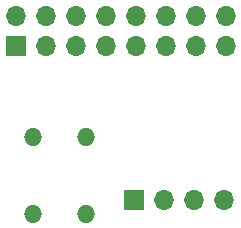
<source format=gbs>
%TF.GenerationSoftware,KiCad,Pcbnew,(5.1.9)-1*%
%TF.CreationDate,2021-04-17T17:11:04+05:30*%
%TF.ProjectId,pihat,70696861-742e-46b6-9963-61645f706362,rev?*%
%TF.SameCoordinates,Original*%
%TF.FileFunction,Soldermask,Bot*%
%TF.FilePolarity,Negative*%
%FSLAX46Y46*%
G04 Gerber Fmt 4.6, Leading zero omitted, Abs format (unit mm)*
G04 Created by KiCad (PCBNEW (5.1.9)-1) date 2021-04-17 17:11:04*
%MOMM*%
%LPD*%
G01*
G04 APERTURE LIST*
%ADD10R,1.700000X1.700000*%
%ADD11O,1.700000X1.700000*%
%ADD12O,1.524000X1.524000*%
G04 APERTURE END LIST*
D10*
%TO.C,J1*%
X217424000Y-33909000D03*
D11*
X217424000Y-31369000D03*
X219964000Y-33909000D03*
X219964000Y-31369000D03*
X222504000Y-33909000D03*
X222504000Y-31369000D03*
X225044000Y-33909000D03*
X225044000Y-31369000D03*
X227584000Y-33909000D03*
X227584000Y-31369000D03*
X230124000Y-33909000D03*
X230124000Y-31369000D03*
X232664000Y-33909000D03*
X232664000Y-31369000D03*
X235204000Y-33909000D03*
X235204000Y-31369000D03*
%TD*%
D12*
%TO.C,SW1*%
X218846400Y-48133000D03*
X218846400Y-41630600D03*
X223367600Y-48133000D03*
X223367600Y-41630600D03*
%TD*%
D10*
%TO.C,U1*%
X227457000Y-46990000D03*
D11*
X229997000Y-46990000D03*
X232537000Y-46990000D03*
X235077000Y-46990000D03*
%TD*%
M02*

</source>
